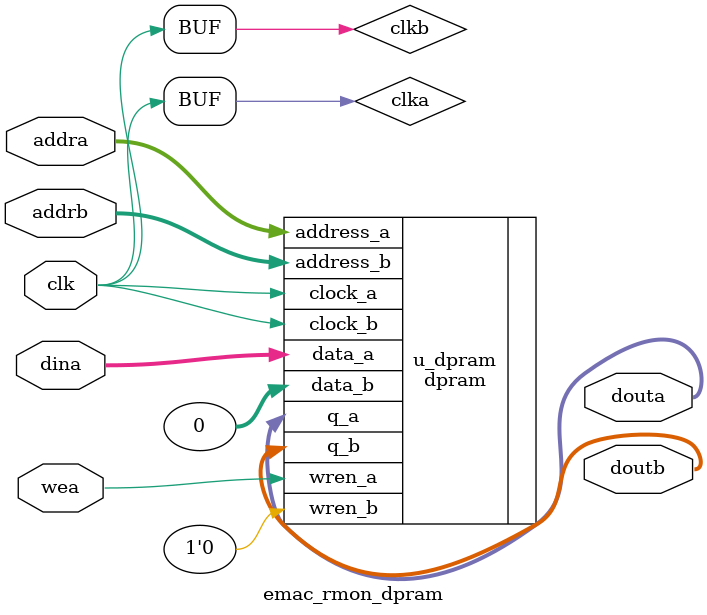
<source format=v>

/*+
 * Copyright (c) 2022-2023 Zhengde
 * 
 * All rights reserved.
 * 
 * Redistribution and use in source and binary forms, with or without
 * modification, are permitted provided that the following conditions are met:
 * 
 * 1 Redistributions of source code must retain the above copyright notice, this
 *   list of conditions and the following disclaimer.
 * 
 * 2 Redistributions in binary form must reproduce the above copyright notice,
 *   this list of conditions and the following disclaimer in the documentation
 *   and/or other materials provided with the distribution.
 * 
 * 3 Neither the name of the copyright holder nor the names of its
 *   contributors may be used to endorse or promote products derived from
 *   this software without specific prior written permission.
 * 
 * THIS SOFTWARE IS PROVIDED BY THE COPYRIGHT HOLDERS AND CONTRIBUTORS "AS IS"
 * AND ANY EXPRESS OR IMPLIED WARRANTIES, INCLUDING, BUT NOT LIMITED TO, THE
 * IMPLIED WARRANTIES OF MERCHANTABILITY AND FITNESS FOR A PARTICULAR PURPOSE ARE
 * DISCLAIMED. IN NO EVENT SHALL THE COPYRIGHT HOLDER OR CONTRIBUTORS BE LIABLE
 * FOR ANY DIRECT, INDIRECT, INCIDENTAL, SPECIAL, EXEMPLARY, OR CONSEQUENTIAL
 * DAMAGES (INCLUDING, BUT NOT LIMITED TO, PROCUREMENT OF SUBSTITUTE GOODS OR
 * SERVICES; LOSS OF USE, DATA, OR PROFITS; OR BUSINESS INTERRUPTION) HOWEVER
 * CAUSED AND ON ANY THEORY OF LIABILITY, WHETHER IN CONTRACT, STRICT LIABILITY,
 * OR TORT (INCLUDING NEGLIGENCE OR OTHERWISE) ARISING IN ANY WAY OUT OF THE USE
 * OF THIS SOFTWARE, EVEN IF ADVISED OF THE POSSIBILITY OF SUCH DAMAGE.
-*/

/*+
 *  EMAC dual port RAM for remote monitoring
-*/

module emac_rmon_dpram (
    input               clk     , 
    //port-a for RMON  
    input   [5:0]       addra   ,
    input   [31:0]      dina    ,
    output  [31:0]      douta   ,
    input               wea     ,
    //port-b for HOST
    input   [5:0]       addrb   ,
    output  [31:0]      doutb   
);
    //++
    //internal signals                                                              
    //--

    wire            clka;
    wire            clkb;
    assign          clka=clk;
    assign  #2      clkb=clk;

    //instantiating dual-port RAM
    dpram #(32,6,2**6) u_dpram
    (    
        .data_a         (dina           ),  
        .wren_a         (wea            ),  
        .address_a      (addra          ),  
        .clock_a        (clka           ),  
        .q_a            (douta          ),  

        .data_b         (32'b0          ),  
        .wren_b         (1'b0           ),  
        .address_b      (addrb          ),  
        .clock_b        (clkb           ),  
        .q_b            (doutb          )
    ); 

endmodule


</source>
